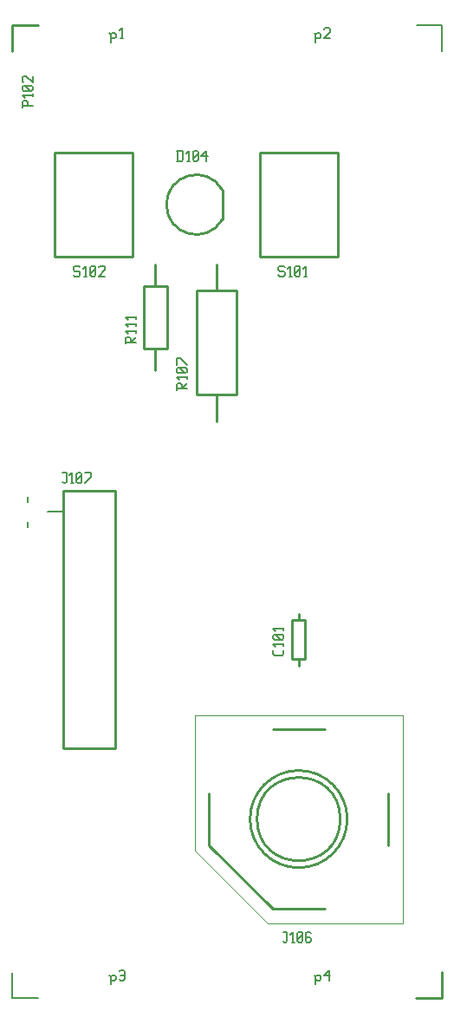
<source format=gto>
G04 start of page 9 for group -4079 idx -4079 *
G04 Title: 26.002.00.01.01.pcb, topsilk *
G04 Creator: pcb 4.1.2 *
G04 CreationDate: Sun Jul 29 08:17:15 2018 UTC *
G04 For: bert *
G04 Format: Gerber/RS-274X *
G04 PCB-Dimensions (mil): 1968.50 3937.01 *
G04 PCB-Coordinate-Origin: lower left *
%MOIN*%
%FSLAX25Y25*%
%LNGTO*%
%ADD69C,0.0000*%
%ADD68C,0.0100*%
%ADD67C,0.0080*%
G54D67*X9843Y9842D02*X19686D01*
X175197Y383858D02*X165355D01*
X175197D02*Y374015D01*
X9843Y9842D02*Y19685D01*
X15748Y192914D02*Y190945D01*
Y200788D02*Y202756D01*
X23622Y196851D02*X29528D01*
G54D68*X29370Y205012D02*Y106012D01*
X49370D01*
Y205012D02*Y106012D01*
X29370Y205012D02*X49370D01*
X9843Y383858D02*Y373858D01*
X19843Y383858D02*X9843D01*
X26339Y334961D02*Y294961D01*
X56339Y334961D02*X26339D01*
X56339Y294961D02*Y334961D01*
X26339Y294961D02*X56339D01*
X60461Y283554D02*Y259754D01*
X69461Y283554D02*Y259754D01*
X60461D02*X69461D01*
X60461Y283554D02*X69461D01*
X64961Y259754D02*Y251354D01*
Y291954D02*Y283554D01*
X80883Y281811D02*Y241811D01*
X96283Y281811D02*Y241811D01*
X80883D02*X96283D01*
X80883Y281811D02*X96283D01*
X88583Y241811D02*Y231511D01*
Y292111D02*Y281811D01*
X105079Y334961D02*Y294961D01*
X135079Y334961D02*X105079D01*
X135079Y294961D02*Y334961D01*
X105079Y294961D02*X135079D01*
X90709Y309261D02*Y320661D01*
X90668Y320711D02*G75*G03X90668Y309211I-9959J-5750D01*G01*
X175197Y19842D02*Y9842D01*
X165197D01*
G54D69*X108079Y38740D02*X80079Y66740D01*
X160079Y118740D02*X80079D01*
X160079Y38740D02*Y118740D01*
X108079Y38740D02*X160079D01*
X80079Y118740D02*Y66740D01*
G54D68*X85679Y68740D02*X110079Y44340D01*
Y113140D02*X130079D01*
X154479Y68740D02*Y88740D01*
X110079Y44340D02*X130079D01*
X85679Y88740D02*Y68740D01*
X104079Y78740D02*G75*G03X104079Y78740I16000J0D01*G01*
X101379D02*G75*G03X101379Y78740I18700J0D01*G01*
X117579Y140138D02*X122579D01*
Y155138D02*Y140138D01*
X117579Y155138D02*X122579D01*
X117579D02*Y140138D01*
X120079Y157638D02*Y155138D01*
Y140138D02*Y137638D01*
G54D67*X47839Y18248D02*Y15248D01*
X47339Y18748D02*X47839Y18248D01*
X48339Y18748D01*
X49339D01*
X49839Y18248D01*
Y17248D01*
X49339Y16748D02*X49839Y17248D01*
X48339Y16748D02*X49339D01*
X47839Y17248D02*X48339Y16748D01*
X51039Y20248D02*X51539Y20748D01*
X52539D01*
X53039Y20248D01*
Y17248D01*
X52539Y16748D02*X53039Y17248D01*
X51539Y16748D02*X52539D01*
X51039Y17248D02*X51539Y16748D01*
Y18748D02*X53039D01*
X126579Y18248D02*Y15248D01*
X126079Y18748D02*X126579Y18248D01*
X127079Y18748D01*
X128079D01*
X128579Y18248D01*
Y17248D01*
X128079Y16748D02*X128579Y17248D01*
X127079Y16748D02*X128079D01*
X126579Y17248D02*X127079Y16748D01*
X129779Y18748D02*X131779Y20748D01*
X129779Y18748D02*X132279D01*
X131779Y20748D02*Y16748D01*
X13779Y352863D02*X17779D01*
X13779Y354363D02*Y352363D01*
Y354363D02*X14279Y354863D01*
X15279D01*
X15779Y354363D02*X15279Y354863D01*
X15779Y354363D02*Y352863D01*
X17779Y357563D02*Y356563D01*
X13779Y357063D02*X17779D01*
X14779Y356063D02*X13779Y357063D01*
X17279Y358763D02*X17779Y359263D01*
X14279Y358763D02*X17279D01*
X14279D02*X13779Y359263D01*
Y360263D02*Y359263D01*
Y360263D02*X14279Y360763D01*
X17279D01*
X17779Y360263D02*X17279Y360763D01*
X17779Y360263D02*Y359263D01*
X16779Y358763D02*X14779Y360763D01*
X14279Y361963D02*X13779Y362463D01*
Y363963D02*Y362463D01*
Y363963D02*X14279Y364463D01*
X15279D01*
X17779Y361963D02*X15279Y364463D01*
X17779D02*Y361963D01*
X73524Y335741D02*Y331741D01*
X75024Y335741D02*X75524Y335241D01*
Y332241D01*
X75024Y331741D02*X75524Y332241D01*
X73024Y331741D02*X75024D01*
X73024Y335741D02*X75024D01*
X77224Y331741D02*X78224D01*
X77724Y335741D02*Y331741D01*
X76724Y334741D02*X77724Y335741D01*
X79424Y332241D02*X79924Y331741D01*
X79424Y335241D02*Y332241D01*
Y335241D02*X79924Y335741D01*
X80924D01*
X81424Y335241D01*
Y332241D01*
X80924Y331741D02*X81424Y332241D01*
X79924Y331741D02*X80924D01*
X79424Y332741D02*X81424Y334741D01*
X82624Y333741D02*X84624Y335741D01*
X82624Y333741D02*X85124D01*
X84624Y335741D02*Y331741D01*
X29241Y211882D02*X30741D01*
Y208382D01*
X30241Y207882D02*X30741Y208382D01*
X29741Y207882D02*X30241D01*
X29241Y208382D02*X29741Y207882D01*
X32441D02*X33441D01*
X32941Y211882D02*Y207882D01*
X31941Y210882D02*X32941Y211882D01*
X34641Y208382D02*X35141Y207882D01*
X34641Y211382D02*Y208382D01*
Y211382D02*X35141Y211882D01*
X36141D01*
X36641Y211382D01*
Y208382D01*
X36141Y207882D02*X36641Y208382D01*
X35141Y207882D02*X36141D01*
X34641Y208882D02*X36641Y210882D01*
X37841Y207882D02*X40341Y210382D01*
Y211882D02*Y210382D01*
X37841Y211882D02*X40341D01*
X35465Y291339D02*X35965Y290839D01*
X33965Y291339D02*X35465D01*
X33465Y290839D02*X33965Y291339D01*
X33465Y290839D02*Y289839D01*
X33965Y289339D01*
X35465D01*
X35965Y288839D01*
Y287839D01*
X35465Y287339D02*X35965Y287839D01*
X33965Y287339D02*X35465D01*
X33465Y287839D02*X33965Y287339D01*
X37665D02*X38665D01*
X38165Y291339D02*Y287339D01*
X37165Y290339D02*X38165Y291339D01*
X39865Y287839D02*X40365Y287339D01*
X39865Y290839D02*Y287839D01*
Y290839D02*X40365Y291339D01*
X41365D01*
X41865Y290839D01*
Y287839D01*
X41365Y287339D02*X41865Y287839D01*
X40365Y287339D02*X41365D01*
X39865Y288339D02*X41865Y290339D01*
X43065Y290839D02*X43565Y291339D01*
X45065D01*
X45565Y290839D01*
Y289839D01*
X43065Y287339D02*X45565Y289839D01*
X43065Y287339D02*X45565D01*
X114205Y291339D02*X114705Y290839D01*
X112705Y291339D02*X114205D01*
X112205Y290839D02*X112705Y291339D01*
X112205Y290839D02*Y289839D01*
X112705Y289339D01*
X114205D01*
X114705Y288839D01*
Y287839D01*
X114205Y287339D02*X114705Y287839D01*
X112705Y287339D02*X114205D01*
X112205Y287839D02*X112705Y287339D01*
X116405D02*X117405D01*
X116905Y291339D02*Y287339D01*
X115905Y290339D02*X116905Y291339D01*
X118605Y287839D02*X119105Y287339D01*
X118605Y290839D02*Y287839D01*
Y290839D02*X119105Y291339D01*
X120105D01*
X120605Y290839D01*
Y287839D01*
X120105Y287339D02*X120605Y287839D01*
X119105Y287339D02*X120105D01*
X118605Y288339D02*X120605Y290339D01*
X122305Y287339D02*X123305D01*
X122805Y291339D02*Y287339D01*
X121805Y290339D02*X122805Y291339D01*
X53460Y263496D02*Y261496D01*
Y263496D02*X53960Y263996D01*
X54960D01*
X55460Y263496D02*X54960Y263996D01*
X55460Y263496D02*Y261996D01*
X53460D02*X57460D01*
X55460D02*X57460Y263996D01*
Y266696D02*Y265696D01*
X53460Y266196D02*X57460D01*
X54460Y265196D02*X53460Y266196D01*
X57460Y269396D02*Y268396D01*
X53460Y268896D02*X57460D01*
X54460Y267896D02*X53460Y268896D01*
X57460Y272096D02*Y271096D01*
X53460Y271596D02*X57460D01*
X54460Y270596D02*X53460Y271596D01*
X73147Y245780D02*Y243780D01*
Y245780D02*X73647Y246280D01*
X74647D01*
X75147Y245780D02*X74647Y246280D01*
X75147Y245780D02*Y244280D01*
X73147D02*X77147D01*
X75147D02*X77147Y246280D01*
Y248980D02*Y247980D01*
X73147Y248480D02*X77147D01*
X74147Y247480D02*X73147Y248480D01*
X76647Y250180D02*X77147Y250680D01*
X73647Y250180D02*X76647D01*
X73647D02*X73147Y250680D01*
Y251680D02*Y250680D01*
Y251680D02*X73647Y252180D01*
X76647D01*
X77147Y251680D02*X76647Y252180D01*
X77147Y251680D02*Y250680D01*
X76147Y250180D02*X74147Y252180D01*
X77147Y253380D02*X74647Y255880D01*
X73147D02*X74647D01*
X73147D02*Y253380D01*
X114174Y35434D02*X115674D01*
Y31934D01*
X115174Y31434D02*X115674Y31934D01*
X114674Y31434D02*X115174D01*
X114174Y31934D02*X114674Y31434D01*
X117374D02*X118374D01*
X117874Y35434D02*Y31434D01*
X116874Y34434D02*X117874Y35434D01*
X119574Y31934D02*X120074Y31434D01*
X119574Y34934D02*Y31934D01*
Y34934D02*X120074Y35434D01*
X121074D01*
X121574Y34934D01*
Y31934D01*
X121074Y31434D02*X121574Y31934D01*
X120074Y31434D02*X121074D01*
X119574Y32434D02*X121574Y34434D01*
X124274Y35434D02*X124774Y34934D01*
X123274Y35434D02*X124274D01*
X122774Y34934D02*X123274Y35434D01*
X122774Y34934D02*Y31934D01*
X123274Y31434D01*
X124274Y33434D02*X124774Y32934D01*
X122774Y33434D02*X124274D01*
X123274Y31434D02*X124274D01*
X124774Y31934D01*
Y32934D02*Y31934D01*
X114237Y143732D02*Y142232D01*
X113737Y141732D02*X114237Y142232D01*
X110737Y141732D02*X113737D01*
X110737D02*X110237Y142232D01*
Y143732D02*Y142232D01*
X114237Y146432D02*Y145432D01*
X110237Y145932D02*X114237D01*
X111237Y144932D02*X110237Y145932D01*
X113737Y147632D02*X114237Y148132D01*
X110737Y147632D02*X113737D01*
X110737D02*X110237Y148132D01*
Y149132D02*Y148132D01*
Y149132D02*X110737Y149632D01*
X113737D01*
X114237Y149132D02*X113737Y149632D01*
X114237Y149132D02*Y148132D01*
X113237Y147632D02*X111237Y149632D01*
X114237Y152332D02*Y151332D01*
X110237Y151832D02*X114237D01*
X111237Y150832D02*X110237Y151832D01*
X126579Y380453D02*Y377453D01*
X126079Y380953D02*X126579Y380453D01*
X127079Y380953D01*
X128079D01*
X128579Y380453D01*
Y379453D01*
X128079Y378953D02*X128579Y379453D01*
X127079Y378953D02*X128079D01*
X126579Y379453D02*X127079Y378953D01*
X129779Y382453D02*X130279Y382953D01*
X131779D01*
X132279Y382453D01*
Y381453D01*
X129779Y378953D02*X132279Y381453D01*
X129779Y378953D02*X132279D01*
X47839Y380453D02*Y377453D01*
X47339Y380953D02*X47839Y380453D01*
X48339Y380953D01*
X49339D01*
X49839Y380453D01*
Y379453D01*
X49339Y378953D02*X49839Y379453D01*
X48339Y378953D02*X49339D01*
X47839Y379453D02*X48339Y378953D01*
X51539D02*X52539D01*
X52039Y382953D02*Y378953D01*
X51039Y381953D02*X52039Y382953D01*
M02*

</source>
